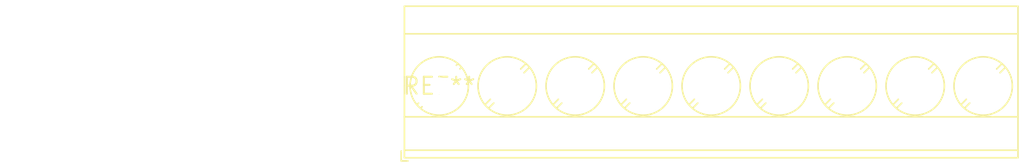
<source format=kicad_pcb>
(kicad_pcb (version 20240108) (generator pcbnew)
  (layers (0 "F.Cu" signal) (31 "B.Cu" signal) (34 "B.Paste" user) (35 "F.Paste" user) (36 "B.SilkS" user "B.Silkscreen") (37 "F.SilkS" user "F.Silkscreen") (38 "B.Mask" user) (39 "F.Mask" user) (44 "Edge.Cuts" user))
  (net 0 "")
  (footprint "TerminalBlock_Phoenix_MKDS-3-9-5.08_1x09_P5.08mm_Horizontal" (layer "F.Cu") (at 0 0)
    (property "Reference" "REF**")
    (property "Value" "TerminalBlock_Phoenix_MKDS-3-9-5.08_1x09_P5.08mm_Horizontal")
    (fp_line (start -2.84 4.86) (end -2.84 5.6) (layer "F.SilkS") (stroke (width 0.12)))
    (fp_line (start -2.84 5.6) (end -2.34 5.6) (layer "F.SilkS") (stroke (width 0.12)))
    (fp_line (start -2.6 -5.96) (end -2.6 5.36) (layer "F.SilkS") (stroke (width 0.12)))
    (fp_line (start -2.6 -5.96) (end 43.24 -5.96) (layer "F.SilkS") (stroke (width 0.12)))
    (fp_line (start -2.6 -3.9) (end 43.24 -3.9) (layer "F.SilkS") (stroke (width 0.12)))
    (fp_line (start -2.6 2.3) (end 43.24 2.3) (layer "F.SilkS") (stroke (width 0.12)))
    (fp_line (start -2.6 4.8) (end 43.24 4.8) (layer "F.SilkS") (stroke (width 0.12)))
    (fp_line (start -2.6 5.36) (end 43.24 5.36) (layer "F.SilkS") (stroke (width 0.12)))
    (fp_line (start -1.548 1.281) (end -1.654 1.388) (layer "F.SilkS") (stroke (width 0.12)))
    (fp_line (start -1.282 1.547) (end -1.388 1.654) (layer "F.SilkS") (stroke (width 0.12)))
    (fp_line (start 1.388 -1.654) (end 1.281 -1.547) (layer "F.SilkS") (stroke (width 0.12)))
    (fp_line (start 1.654 -1.388) (end 1.547 -1.281) (layer "F.SilkS") (stroke (width 0.12)))
    (fp_line (start 3.822 0.992) (end 3.427 1.388) (layer "F.SilkS") (stroke (width 0.12)))
    (fp_line (start 4.073 1.274) (end 3.693 1.654) (layer "F.SilkS") (stroke (width 0.12)))
    (fp_line (start 6.468 -1.654) (end 6.088 -1.274) (layer "F.SilkS") (stroke (width 0.12)))
    (fp_line (start 6.734 -1.388) (end 6.339 -0.992) (layer "F.SilkS") (stroke (width 0.12)))
    (fp_line (start 8.902 0.992) (end 8.507 1.388) (layer "F.SilkS") (stroke (width 0.12)))
    (fp_line (start 9.153 1.274) (end 8.773 1.654) (layer "F.SilkS") (stroke (width 0.12)))
    (fp_line (start 11.548 -1.654) (end 11.168 -1.274) (layer "F.SilkS") (stroke (width 0.12)))
    (fp_line (start 11.814 -1.388) (end 11.419 -0.992) (layer "F.SilkS") (stroke (width 0.12)))
    (fp_line (start 13.982 0.992) (end 13.587 1.388) (layer "F.SilkS") (stroke (width 0.12)))
    (fp_line (start 14.233 1.274) (end 13.853 1.654) (layer "F.SilkS") (stroke (width 0.12)))
    (fp_line (start 16.628 -1.654) (end 16.248 -1.274) (layer "F.SilkS") (stroke (width 0.12)))
    (fp_line (start 16.894 -1.388) (end 16.499 -0.992) (layer "F.SilkS") (stroke (width 0.12)))
    (fp_line (start 19.062 0.992) (end 18.667 1.388) (layer "F.SilkS") (stroke (width 0.12)))
    (fp_line (start 19.313 1.274) (end 18.933 1.654) (layer "F.SilkS") (stroke (width 0.12)))
    (fp_line (start 21.708 -1.654) (end 21.328 -1.274) (layer "F.SilkS") (stroke (width 0.12)))
    (fp_line (start 21.974 -1.388) (end 21.579 -0.992) (layer "F.SilkS") (stroke (width 0.12)))
    (fp_line (start 24.142 0.992) (end 23.747 1.388) (layer "F.SilkS") (stroke (width 0.12)))
    (fp_line (start 24.393 1.274) (end 24.013 1.654) (layer "F.SilkS") (stroke (width 0.12)))
    (fp_line (start 26.788 -1.654) (end 26.408 -1.274) (layer "F.SilkS") (stroke (width 0.12)))
    (fp_line (start 27.054 -1.388) (end 26.659 -0.992) (layer "F.SilkS") (stroke (width 0.12)))
    (fp_line (start 29.222 0.992) (end 28.827 1.388) (layer "F.SilkS") (stroke (width 0.12)))
    (fp_line (start 29.473 1.274) (end 29.093 1.654) (layer "F.SilkS") (stroke (width 0.12)))
    (fp_line (start 31.868 -1.654) (end 31.488 -1.274) (layer "F.SilkS") (stroke (width 0.12)))
    (fp_line (start 32.134 -1.388) (end 31.739 -0.992) (layer "F.SilkS") (stroke (width 0.12)))
    (fp_line (start 34.302 0.992) (end 33.907 1.388) (layer "F.SilkS") (stroke (width 0.12)))
    (fp_line (start 34.553 1.274) (end 34.173 1.654) (layer "F.SilkS") (stroke (width 0.12)))
    (fp_line (start 36.948 -1.654) (end 36.568 -1.274) (layer "F.SilkS") (stroke (width 0.12)))
    (fp_line (start 37.214 -1.388) (end 36.819 -0.992) (layer "F.SilkS") (stroke (width 0.12)))
    (fp_line (start 39.382 0.992) (end 38.987 1.388) (layer "F.SilkS") (stroke (width 0.12)))
    (fp_line (start 39.633 1.274) (end 39.253 1.654) (layer "F.SilkS") (stroke (width 0.12)))
    (fp_line (start 42.028 -1.654) (end 41.648 -1.274) (layer "F.SilkS") (stroke (width 0.12)))
    (fp_line (start 42.294 -1.388) (end 41.899 -0.992) (layer "F.SilkS") (stroke (width 0.12)))
    (fp_line (start 43.24 -5.96) (end 43.24 5.36) (layer "F.SilkS") (stroke (width 0.12)))
    (fp_circle (center 0 0) (end 2.18 0) (layer "F.SilkS") (stroke (width 0.12)) (fill none))
    (fp_circle (center 5.08 0) (end 7.26 0) (layer "F.SilkS") (stroke (width 0.12)) (fill none))
    (fp_circle (center 10.16 0) (end 12.34 0) (layer "F.SilkS") (stroke (width 0.12)) (fill none))
    (fp_circle (center 15.24 0) (end 17.42 0) (layer "F.SilkS") (stroke (width 0.12)) (fill none))
    (fp_circle (center 20.32 0) (end 22.5 0) (layer "F.SilkS") (stroke (width 0.12)) (fill none))
    (fp_circle (center 25.4 0) (end 27.58 0) (layer "F.SilkS") (stroke (width 0.12)) (fill none))
    (fp_circle (center 30.48 0) (end 32.66 0) (layer "F.SilkS") (stroke (width 0.12)) (fill none))
    (fp_circle (center 35.56 0) (end 37.74 0) (layer "F.SilkS") (stroke (width 0.12)) (fill none))
    (fp_circle (center 40.64 0) (end 42.82 0) (layer "F.SilkS") (stroke (width 0.12)) (fill none))
    (pad "1" thru_hole rect (at 0 0) (size 2.6 2.6) (drill 1.3) (layers *.Cu *.Mask) (remove_unused_layers))
    (pad "2" thru_hole circle (at 5.08 0) (size 2.6 2.6) (drill 1.3) (layers *.Cu *.Mask) (remove_unused_layers))
    (pad "3" thru_hole circle (at 10.16 0) (size 2.6 2.6) (drill 1.3) (layers *.Cu *.Mask) (remove_unused_layers))
    (pad "4" thru_hole circle (at 15.24 0) (size 2.6 2.6) (drill 1.3) (layers *.Cu *.Mask) (remove_unused_layers))
    (pad "5" thru_hole circle (at 20.32 0) (size 2.6 2.6) (drill 1.3) (layers *.Cu *.Mask) (remove_unused_layers))
    (pad "6" thru_hole circle (at 25.4 0) (size 2.6 2.6) (drill 1.3) (layers *.Cu *.Mask) (remove_unused_layers))
    (pad "7" thru_hole circle (at 30.48 0) (size 2.6 2.6) (drill 1.3) (layers *.Cu *.Mask) (remove_unused_layers))
    (pad "8" thru_hole circle (at 35.56 0) (size 2.6 2.6) (drill 1.3) (layers *.Cu *.Mask) (remove_unused_layers))
    (pad "9" thru_hole circle (at 40.64 0) (size 2.6 2.6) (drill 1.3) (layers *.Cu *.Mask) (remove_unused_layers))
  )
)
</source>
